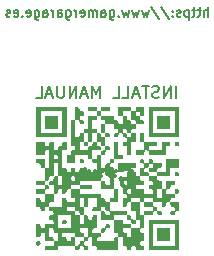
<source format=gbr>
%TF.GenerationSoftware,KiCad,Pcbnew,9.0.0*%
%TF.CreationDate,2026-02-19T11:21:19+01:00*%
%TF.ProjectId,SwitchlessMOD,53776974-6368-46c6-9573-734d4f442e6b,rev?*%
%TF.SameCoordinates,Original*%
%TF.FileFunction,Legend,Bot*%
%TF.FilePolarity,Positive*%
%FSLAX46Y46*%
G04 Gerber Fmt 4.6, Leading zero omitted, Abs format (unit mm)*
G04 Created by KiCad (PCBNEW 9.0.0) date 2026-02-19 11:21:19*
%MOMM*%
%LPD*%
G01*
G04 APERTURE LIST*
%ADD10C,0.160000*%
%ADD11C,0.200000*%
%ADD12C,0.300000*%
%ADD13C,0.000000*%
G04 APERTURE END LIST*
D10*
X147804260Y-93293775D02*
X147804260Y-92493775D01*
X147461403Y-93293775D02*
X147461403Y-92874727D01*
X147461403Y-92874727D02*
X147499498Y-92798537D01*
X147499498Y-92798537D02*
X147575689Y-92760441D01*
X147575689Y-92760441D02*
X147689975Y-92760441D01*
X147689975Y-92760441D02*
X147766165Y-92798537D01*
X147766165Y-92798537D02*
X147804260Y-92836632D01*
X147194736Y-92760441D02*
X146889974Y-92760441D01*
X147080450Y-92493775D02*
X147080450Y-93179489D01*
X147080450Y-93179489D02*
X147042355Y-93255680D01*
X147042355Y-93255680D02*
X146966165Y-93293775D01*
X146966165Y-93293775D02*
X146889974Y-93293775D01*
X146737593Y-92760441D02*
X146432831Y-92760441D01*
X146623307Y-92493775D02*
X146623307Y-93179489D01*
X146623307Y-93179489D02*
X146585212Y-93255680D01*
X146585212Y-93255680D02*
X146509022Y-93293775D01*
X146509022Y-93293775D02*
X146432831Y-93293775D01*
X146166164Y-92760441D02*
X146166164Y-93560441D01*
X146166164Y-92798537D02*
X146089974Y-92760441D01*
X146089974Y-92760441D02*
X145937593Y-92760441D01*
X145937593Y-92760441D02*
X145861402Y-92798537D01*
X145861402Y-92798537D02*
X145823307Y-92836632D01*
X145823307Y-92836632D02*
X145785212Y-92912822D01*
X145785212Y-92912822D02*
X145785212Y-93141394D01*
X145785212Y-93141394D02*
X145823307Y-93217584D01*
X145823307Y-93217584D02*
X145861402Y-93255680D01*
X145861402Y-93255680D02*
X145937593Y-93293775D01*
X145937593Y-93293775D02*
X146089974Y-93293775D01*
X146089974Y-93293775D02*
X146166164Y-93255680D01*
X145480450Y-93255680D02*
X145404259Y-93293775D01*
X145404259Y-93293775D02*
X145251878Y-93293775D01*
X145251878Y-93293775D02*
X145175688Y-93255680D01*
X145175688Y-93255680D02*
X145137592Y-93179489D01*
X145137592Y-93179489D02*
X145137592Y-93141394D01*
X145137592Y-93141394D02*
X145175688Y-93065203D01*
X145175688Y-93065203D02*
X145251878Y-93027108D01*
X145251878Y-93027108D02*
X145366164Y-93027108D01*
X145366164Y-93027108D02*
X145442354Y-92989013D01*
X145442354Y-92989013D02*
X145480450Y-92912822D01*
X145480450Y-92912822D02*
X145480450Y-92874727D01*
X145480450Y-92874727D02*
X145442354Y-92798537D01*
X145442354Y-92798537D02*
X145366164Y-92760441D01*
X145366164Y-92760441D02*
X145251878Y-92760441D01*
X145251878Y-92760441D02*
X145175688Y-92798537D01*
X144794735Y-93217584D02*
X144756640Y-93255680D01*
X144756640Y-93255680D02*
X144794735Y-93293775D01*
X144794735Y-93293775D02*
X144832831Y-93255680D01*
X144832831Y-93255680D02*
X144794735Y-93217584D01*
X144794735Y-93217584D02*
X144794735Y-93293775D01*
X144794735Y-92798537D02*
X144756640Y-92836632D01*
X144756640Y-92836632D02*
X144794735Y-92874727D01*
X144794735Y-92874727D02*
X144832831Y-92836632D01*
X144832831Y-92836632D02*
X144794735Y-92798537D01*
X144794735Y-92798537D02*
X144794735Y-92874727D01*
X143842355Y-92455680D02*
X144528069Y-93484251D01*
X143004260Y-92455680D02*
X143689974Y-93484251D01*
X142813784Y-92760441D02*
X142661403Y-93293775D01*
X142661403Y-93293775D02*
X142509022Y-92912822D01*
X142509022Y-92912822D02*
X142356641Y-93293775D01*
X142356641Y-93293775D02*
X142204260Y-92760441D01*
X141975689Y-92760441D02*
X141823308Y-93293775D01*
X141823308Y-93293775D02*
X141670927Y-92912822D01*
X141670927Y-92912822D02*
X141518546Y-93293775D01*
X141518546Y-93293775D02*
X141366165Y-92760441D01*
X141137594Y-92760441D02*
X140985213Y-93293775D01*
X140985213Y-93293775D02*
X140832832Y-92912822D01*
X140832832Y-92912822D02*
X140680451Y-93293775D01*
X140680451Y-93293775D02*
X140528070Y-92760441D01*
X140223308Y-93217584D02*
X140185213Y-93255680D01*
X140185213Y-93255680D02*
X140223308Y-93293775D01*
X140223308Y-93293775D02*
X140261404Y-93255680D01*
X140261404Y-93255680D02*
X140223308Y-93217584D01*
X140223308Y-93217584D02*
X140223308Y-93293775D01*
X139499499Y-92760441D02*
X139499499Y-93408060D01*
X139499499Y-93408060D02*
X139537594Y-93484251D01*
X139537594Y-93484251D02*
X139575690Y-93522346D01*
X139575690Y-93522346D02*
X139651880Y-93560441D01*
X139651880Y-93560441D02*
X139766166Y-93560441D01*
X139766166Y-93560441D02*
X139842356Y-93522346D01*
X139499499Y-93255680D02*
X139575690Y-93293775D01*
X139575690Y-93293775D02*
X139728071Y-93293775D01*
X139728071Y-93293775D02*
X139804261Y-93255680D01*
X139804261Y-93255680D02*
X139842356Y-93217584D01*
X139842356Y-93217584D02*
X139880452Y-93141394D01*
X139880452Y-93141394D02*
X139880452Y-92912822D01*
X139880452Y-92912822D02*
X139842356Y-92836632D01*
X139842356Y-92836632D02*
X139804261Y-92798537D01*
X139804261Y-92798537D02*
X139728071Y-92760441D01*
X139728071Y-92760441D02*
X139575690Y-92760441D01*
X139575690Y-92760441D02*
X139499499Y-92798537D01*
X138775689Y-93293775D02*
X138775689Y-92874727D01*
X138775689Y-92874727D02*
X138813784Y-92798537D01*
X138813784Y-92798537D02*
X138889975Y-92760441D01*
X138889975Y-92760441D02*
X139042356Y-92760441D01*
X139042356Y-92760441D02*
X139118546Y-92798537D01*
X138775689Y-93255680D02*
X138851880Y-93293775D01*
X138851880Y-93293775D02*
X139042356Y-93293775D01*
X139042356Y-93293775D02*
X139118546Y-93255680D01*
X139118546Y-93255680D02*
X139156642Y-93179489D01*
X139156642Y-93179489D02*
X139156642Y-93103299D01*
X139156642Y-93103299D02*
X139118546Y-93027108D01*
X139118546Y-93027108D02*
X139042356Y-92989013D01*
X139042356Y-92989013D02*
X138851880Y-92989013D01*
X138851880Y-92989013D02*
X138775689Y-92950918D01*
X138394736Y-93293775D02*
X138394736Y-92760441D01*
X138394736Y-92836632D02*
X138356641Y-92798537D01*
X138356641Y-92798537D02*
X138280451Y-92760441D01*
X138280451Y-92760441D02*
X138166165Y-92760441D01*
X138166165Y-92760441D02*
X138089974Y-92798537D01*
X138089974Y-92798537D02*
X138051879Y-92874727D01*
X138051879Y-92874727D02*
X138051879Y-93293775D01*
X138051879Y-92874727D02*
X138013784Y-92798537D01*
X138013784Y-92798537D02*
X137937593Y-92760441D01*
X137937593Y-92760441D02*
X137823308Y-92760441D01*
X137823308Y-92760441D02*
X137747117Y-92798537D01*
X137747117Y-92798537D02*
X137709022Y-92874727D01*
X137709022Y-92874727D02*
X137709022Y-93293775D01*
X137023307Y-93255680D02*
X137099498Y-93293775D01*
X137099498Y-93293775D02*
X137251879Y-93293775D01*
X137251879Y-93293775D02*
X137328069Y-93255680D01*
X137328069Y-93255680D02*
X137366165Y-93179489D01*
X137366165Y-93179489D02*
X137366165Y-92874727D01*
X137366165Y-92874727D02*
X137328069Y-92798537D01*
X137328069Y-92798537D02*
X137251879Y-92760441D01*
X137251879Y-92760441D02*
X137099498Y-92760441D01*
X137099498Y-92760441D02*
X137023307Y-92798537D01*
X137023307Y-92798537D02*
X136985212Y-92874727D01*
X136985212Y-92874727D02*
X136985212Y-92950918D01*
X136985212Y-92950918D02*
X137366165Y-93027108D01*
X136642355Y-93293775D02*
X136642355Y-92760441D01*
X136642355Y-92912822D02*
X136604260Y-92836632D01*
X136604260Y-92836632D02*
X136566165Y-92798537D01*
X136566165Y-92798537D02*
X136489974Y-92760441D01*
X136489974Y-92760441D02*
X136413784Y-92760441D01*
X135804260Y-92760441D02*
X135804260Y-93408060D01*
X135804260Y-93408060D02*
X135842355Y-93484251D01*
X135842355Y-93484251D02*
X135880451Y-93522346D01*
X135880451Y-93522346D02*
X135956641Y-93560441D01*
X135956641Y-93560441D02*
X136070927Y-93560441D01*
X136070927Y-93560441D02*
X136147117Y-93522346D01*
X135804260Y-93255680D02*
X135880451Y-93293775D01*
X135880451Y-93293775D02*
X136032832Y-93293775D01*
X136032832Y-93293775D02*
X136109022Y-93255680D01*
X136109022Y-93255680D02*
X136147117Y-93217584D01*
X136147117Y-93217584D02*
X136185213Y-93141394D01*
X136185213Y-93141394D02*
X136185213Y-92912822D01*
X136185213Y-92912822D02*
X136147117Y-92836632D01*
X136147117Y-92836632D02*
X136109022Y-92798537D01*
X136109022Y-92798537D02*
X136032832Y-92760441D01*
X136032832Y-92760441D02*
X135880451Y-92760441D01*
X135880451Y-92760441D02*
X135804260Y-92798537D01*
X135080450Y-93293775D02*
X135080450Y-92874727D01*
X135080450Y-92874727D02*
X135118545Y-92798537D01*
X135118545Y-92798537D02*
X135194736Y-92760441D01*
X135194736Y-92760441D02*
X135347117Y-92760441D01*
X135347117Y-92760441D02*
X135423307Y-92798537D01*
X135080450Y-93255680D02*
X135156641Y-93293775D01*
X135156641Y-93293775D02*
X135347117Y-93293775D01*
X135347117Y-93293775D02*
X135423307Y-93255680D01*
X135423307Y-93255680D02*
X135461403Y-93179489D01*
X135461403Y-93179489D02*
X135461403Y-93103299D01*
X135461403Y-93103299D02*
X135423307Y-93027108D01*
X135423307Y-93027108D02*
X135347117Y-92989013D01*
X135347117Y-92989013D02*
X135156641Y-92989013D01*
X135156641Y-92989013D02*
X135080450Y-92950918D01*
X134699497Y-93293775D02*
X134699497Y-92760441D01*
X134699497Y-92912822D02*
X134661402Y-92836632D01*
X134661402Y-92836632D02*
X134623307Y-92798537D01*
X134623307Y-92798537D02*
X134547116Y-92760441D01*
X134547116Y-92760441D02*
X134470926Y-92760441D01*
X133861402Y-93293775D02*
X133861402Y-92874727D01*
X133861402Y-92874727D02*
X133899497Y-92798537D01*
X133899497Y-92798537D02*
X133975688Y-92760441D01*
X133975688Y-92760441D02*
X134128069Y-92760441D01*
X134128069Y-92760441D02*
X134204259Y-92798537D01*
X133861402Y-93255680D02*
X133937593Y-93293775D01*
X133937593Y-93293775D02*
X134128069Y-93293775D01*
X134128069Y-93293775D02*
X134204259Y-93255680D01*
X134204259Y-93255680D02*
X134242355Y-93179489D01*
X134242355Y-93179489D02*
X134242355Y-93103299D01*
X134242355Y-93103299D02*
X134204259Y-93027108D01*
X134204259Y-93027108D02*
X134128069Y-92989013D01*
X134128069Y-92989013D02*
X133937593Y-92989013D01*
X133937593Y-92989013D02*
X133861402Y-92950918D01*
X133137592Y-92760441D02*
X133137592Y-93408060D01*
X133137592Y-93408060D02*
X133175687Y-93484251D01*
X133175687Y-93484251D02*
X133213783Y-93522346D01*
X133213783Y-93522346D02*
X133289973Y-93560441D01*
X133289973Y-93560441D02*
X133404259Y-93560441D01*
X133404259Y-93560441D02*
X133480449Y-93522346D01*
X133137592Y-93255680D02*
X133213783Y-93293775D01*
X133213783Y-93293775D02*
X133366164Y-93293775D01*
X133366164Y-93293775D02*
X133442354Y-93255680D01*
X133442354Y-93255680D02*
X133480449Y-93217584D01*
X133480449Y-93217584D02*
X133518545Y-93141394D01*
X133518545Y-93141394D02*
X133518545Y-92912822D01*
X133518545Y-92912822D02*
X133480449Y-92836632D01*
X133480449Y-92836632D02*
X133442354Y-92798537D01*
X133442354Y-92798537D02*
X133366164Y-92760441D01*
X133366164Y-92760441D02*
X133213783Y-92760441D01*
X133213783Y-92760441D02*
X133137592Y-92798537D01*
X132451877Y-93255680D02*
X132528068Y-93293775D01*
X132528068Y-93293775D02*
X132680449Y-93293775D01*
X132680449Y-93293775D02*
X132756639Y-93255680D01*
X132756639Y-93255680D02*
X132794735Y-93179489D01*
X132794735Y-93179489D02*
X132794735Y-92874727D01*
X132794735Y-92874727D02*
X132756639Y-92798537D01*
X132756639Y-92798537D02*
X132680449Y-92760441D01*
X132680449Y-92760441D02*
X132528068Y-92760441D01*
X132528068Y-92760441D02*
X132451877Y-92798537D01*
X132451877Y-92798537D02*
X132413782Y-92874727D01*
X132413782Y-92874727D02*
X132413782Y-92950918D01*
X132413782Y-92950918D02*
X132794735Y-93027108D01*
X132070925Y-93217584D02*
X132032830Y-93255680D01*
X132032830Y-93255680D02*
X132070925Y-93293775D01*
X132070925Y-93293775D02*
X132109021Y-93255680D01*
X132109021Y-93255680D02*
X132070925Y-93217584D01*
X132070925Y-93217584D02*
X132070925Y-93293775D01*
X131385211Y-93255680D02*
X131461402Y-93293775D01*
X131461402Y-93293775D02*
X131613783Y-93293775D01*
X131613783Y-93293775D02*
X131689973Y-93255680D01*
X131689973Y-93255680D02*
X131728069Y-93179489D01*
X131728069Y-93179489D02*
X131728069Y-92874727D01*
X131728069Y-92874727D02*
X131689973Y-92798537D01*
X131689973Y-92798537D02*
X131613783Y-92760441D01*
X131613783Y-92760441D02*
X131461402Y-92760441D01*
X131461402Y-92760441D02*
X131385211Y-92798537D01*
X131385211Y-92798537D02*
X131347116Y-92874727D01*
X131347116Y-92874727D02*
X131347116Y-92950918D01*
X131347116Y-92950918D02*
X131728069Y-93027108D01*
X131042355Y-93255680D02*
X130966164Y-93293775D01*
X130966164Y-93293775D02*
X130813783Y-93293775D01*
X130813783Y-93293775D02*
X130737593Y-93255680D01*
X130737593Y-93255680D02*
X130699497Y-93179489D01*
X130699497Y-93179489D02*
X130699497Y-93141394D01*
X130699497Y-93141394D02*
X130737593Y-93065203D01*
X130737593Y-93065203D02*
X130813783Y-93027108D01*
X130813783Y-93027108D02*
X130928069Y-93027108D01*
X130928069Y-93027108D02*
X131004259Y-92989013D01*
X131004259Y-92989013D02*
X131042355Y-92912822D01*
X131042355Y-92912822D02*
X131042355Y-92874727D01*
X131042355Y-92874727D02*
X131004259Y-92798537D01*
X131004259Y-92798537D02*
X130928069Y-92760441D01*
X130928069Y-92760441D02*
X130813783Y-92760441D01*
X130813783Y-92760441D02*
X130737593Y-92798537D01*
D11*
X145130326Y-100167219D02*
X145130326Y-99167219D01*
X144654136Y-100167219D02*
X144654136Y-99167219D01*
X144654136Y-99167219D02*
X144082708Y-100167219D01*
X144082708Y-100167219D02*
X144082708Y-99167219D01*
X143654136Y-100119600D02*
X143511279Y-100167219D01*
X143511279Y-100167219D02*
X143273184Y-100167219D01*
X143273184Y-100167219D02*
X143177946Y-100119600D01*
X143177946Y-100119600D02*
X143130327Y-100071980D01*
X143130327Y-100071980D02*
X143082708Y-99976742D01*
X143082708Y-99976742D02*
X143082708Y-99881504D01*
X143082708Y-99881504D02*
X143130327Y-99786266D01*
X143130327Y-99786266D02*
X143177946Y-99738647D01*
X143177946Y-99738647D02*
X143273184Y-99691028D01*
X143273184Y-99691028D02*
X143463660Y-99643409D01*
X143463660Y-99643409D02*
X143558898Y-99595790D01*
X143558898Y-99595790D02*
X143606517Y-99548171D01*
X143606517Y-99548171D02*
X143654136Y-99452933D01*
X143654136Y-99452933D02*
X143654136Y-99357695D01*
X143654136Y-99357695D02*
X143606517Y-99262457D01*
X143606517Y-99262457D02*
X143558898Y-99214838D01*
X143558898Y-99214838D02*
X143463660Y-99167219D01*
X143463660Y-99167219D02*
X143225565Y-99167219D01*
X143225565Y-99167219D02*
X143082708Y-99214838D01*
X142796993Y-99167219D02*
X142225565Y-99167219D01*
X142511279Y-100167219D02*
X142511279Y-99167219D01*
X141939850Y-99881504D02*
X141463660Y-99881504D01*
X142035088Y-100167219D02*
X141701755Y-99167219D01*
X141701755Y-99167219D02*
X141368422Y-100167219D01*
X140558898Y-100167219D02*
X141035088Y-100167219D01*
X141035088Y-100167219D02*
X141035088Y-99167219D01*
X139749374Y-100167219D02*
X140225564Y-100167219D01*
X140225564Y-100167219D02*
X140225564Y-99167219D01*
X138654135Y-100167219D02*
X138654135Y-99167219D01*
X138654135Y-99167219D02*
X138320802Y-99881504D01*
X138320802Y-99881504D02*
X137987469Y-99167219D01*
X137987469Y-99167219D02*
X137987469Y-100167219D01*
X137558897Y-99881504D02*
X137082707Y-99881504D01*
X137654135Y-100167219D02*
X137320802Y-99167219D01*
X137320802Y-99167219D02*
X136987469Y-100167219D01*
X136654135Y-100167219D02*
X136654135Y-99167219D01*
X136654135Y-99167219D02*
X136082707Y-100167219D01*
X136082707Y-100167219D02*
X136082707Y-99167219D01*
X135606516Y-99167219D02*
X135606516Y-99976742D01*
X135606516Y-99976742D02*
X135558897Y-100071980D01*
X135558897Y-100071980D02*
X135511278Y-100119600D01*
X135511278Y-100119600D02*
X135416040Y-100167219D01*
X135416040Y-100167219D02*
X135225564Y-100167219D01*
X135225564Y-100167219D02*
X135130326Y-100119600D01*
X135130326Y-100119600D02*
X135082707Y-100071980D01*
X135082707Y-100071980D02*
X135035088Y-99976742D01*
X135035088Y-99976742D02*
X135035088Y-99167219D01*
X134606516Y-99881504D02*
X134130326Y-99881504D01*
X134701754Y-100167219D02*
X134368421Y-99167219D01*
X134368421Y-99167219D02*
X134035088Y-100167219D01*
X133225564Y-100167219D02*
X133701754Y-100167219D01*
X133701754Y-100167219D02*
X133701754Y-99167219D01*
D12*
X140621427Y-106249757D02*
X140764285Y-106178328D01*
X140764285Y-106178328D02*
X140978570Y-106178328D01*
X140978570Y-106178328D02*
X141192856Y-106249757D01*
X141192856Y-106249757D02*
X141335713Y-106392614D01*
X141335713Y-106392614D02*
X141407142Y-106535471D01*
X141407142Y-106535471D02*
X141478570Y-106821185D01*
X141478570Y-106821185D02*
X141478570Y-107035471D01*
X141478570Y-107035471D02*
X141407142Y-107321185D01*
X141407142Y-107321185D02*
X141335713Y-107464042D01*
X141335713Y-107464042D02*
X141192856Y-107606900D01*
X141192856Y-107606900D02*
X140978570Y-107678328D01*
X140978570Y-107678328D02*
X140835713Y-107678328D01*
X140835713Y-107678328D02*
X140621427Y-107606900D01*
X140621427Y-107606900D02*
X140549999Y-107535471D01*
X140549999Y-107535471D02*
X140549999Y-107035471D01*
X140549999Y-107035471D02*
X140835713Y-107035471D01*
X139692856Y-106178328D02*
X139692856Y-106535471D01*
X140049999Y-106392614D02*
X139692856Y-106535471D01*
X139692856Y-106535471D02*
X139335713Y-106392614D01*
X139907142Y-106821185D02*
X139692856Y-106535471D01*
X139692856Y-106535471D02*
X139478570Y-106821185D01*
X138549999Y-106178328D02*
X138549999Y-106535471D01*
X138907142Y-106392614D02*
X138549999Y-106535471D01*
X138549999Y-106535471D02*
X138192856Y-106392614D01*
X138764285Y-106821185D02*
X138549999Y-106535471D01*
X138549999Y-106535471D02*
X138335713Y-106821185D01*
X137407142Y-106178328D02*
X137407142Y-106535471D01*
X137764285Y-106392614D02*
X137407142Y-106535471D01*
X137407142Y-106535471D02*
X137049999Y-106392614D01*
X137621428Y-106821185D02*
X137407142Y-106535471D01*
X137407142Y-106535471D02*
X137192856Y-106821185D01*
D13*
%TO.C,G\u002A\u002A\u002A*%
G36*
X135087020Y-102237500D02*
G01*
X135087020Y-102787019D01*
X134537500Y-102787019D01*
X133987981Y-102787019D01*
X133987981Y-102237500D01*
X133987981Y-101687980D01*
X134537500Y-101687980D01*
X135087020Y-101687980D01*
X135087020Y-102237500D01*
G37*
G36*
X138017789Y-107732692D02*
G01*
X138017789Y-107915865D01*
X137468270Y-107915865D01*
X136918750Y-107915865D01*
X136918750Y-107732692D01*
X136918750Y-107549519D01*
X137468270Y-107549519D01*
X138017789Y-107549519D01*
X138017789Y-107732692D01*
G37*
G36*
X144612020Y-102237500D02*
G01*
X144612020Y-102787019D01*
X144062500Y-102787019D01*
X143512981Y-102787019D01*
X143512981Y-102237500D01*
X143512981Y-101687980D01*
X144062500Y-101687980D01*
X144612020Y-101687980D01*
X144612020Y-102237500D01*
G37*
G36*
X144612020Y-111762500D02*
G01*
X144612020Y-112312019D01*
X144062500Y-112312019D01*
X143512981Y-112312019D01*
X143512981Y-111762500D01*
X143512981Y-111212980D01*
X144062500Y-111212980D01*
X144612020Y-111212980D01*
X144612020Y-111762500D01*
G37*
G36*
X133535140Y-112317630D02*
G01*
X133606506Y-112365451D01*
X133621635Y-112495192D01*
X133616023Y-112591870D01*
X133568203Y-112663236D01*
X133438462Y-112678365D01*
X133341784Y-112672753D01*
X133270418Y-112624933D01*
X133255289Y-112495192D01*
X133260900Y-112398514D01*
X133308720Y-112327148D01*
X133438462Y-112312019D01*
X133535140Y-112317630D01*
G37*
G36*
X135733217Y-110485900D02*
G01*
X135804583Y-110533720D01*
X135819712Y-110663461D01*
X135814100Y-110760139D01*
X135766280Y-110831505D01*
X135636539Y-110846634D01*
X135539861Y-110841023D01*
X135468495Y-110793203D01*
X135453366Y-110663461D01*
X135458977Y-110566783D01*
X135506797Y-110495417D01*
X135636539Y-110480288D01*
X135733217Y-110485900D01*
G37*
G36*
X137198601Y-105357054D02*
G01*
X137269967Y-105404874D01*
X137285096Y-105534615D01*
X137279485Y-105631293D01*
X137231665Y-105702659D01*
X137101923Y-105717788D01*
X137005245Y-105712177D01*
X136933880Y-105664356D01*
X136918750Y-105534615D01*
X136924362Y-105437937D01*
X136972182Y-105366571D01*
X137101923Y-105351442D01*
X137198601Y-105357054D01*
G37*
G36*
X137564948Y-103891669D02*
G01*
X137636313Y-103939489D01*
X137651443Y-104069230D01*
X137645831Y-104165908D01*
X137598011Y-104237274D01*
X137468270Y-104252404D01*
X137371592Y-104246792D01*
X137300226Y-104198972D01*
X137285096Y-104069230D01*
X137290708Y-103972552D01*
X137338528Y-103901187D01*
X137468270Y-103886057D01*
X137564948Y-103891669D01*
G37*
G36*
X140495717Y-106822438D02*
G01*
X140567083Y-106870258D01*
X140582212Y-107000000D01*
X140576600Y-107096678D01*
X140528780Y-107168043D01*
X140399039Y-107183173D01*
X140302361Y-107177561D01*
X140230995Y-107129741D01*
X140215866Y-107000000D01*
X140221477Y-106903322D01*
X140269297Y-106831956D01*
X140399039Y-106816827D01*
X140495717Y-106822438D01*
G37*
G36*
X145258217Y-103891669D02*
G01*
X145329583Y-103939489D01*
X145344712Y-104069230D01*
X145339100Y-104165908D01*
X145291280Y-104237274D01*
X145161539Y-104252404D01*
X145064861Y-104246792D01*
X144993495Y-104198972D01*
X144978366Y-104069230D01*
X144983977Y-103972552D01*
X145031797Y-103901187D01*
X145161539Y-103886057D01*
X145258217Y-103891669D01*
G37*
G36*
X145258217Y-106456092D02*
G01*
X145329583Y-106503912D01*
X145344712Y-106633654D01*
X145339100Y-106730331D01*
X145291280Y-106801697D01*
X145161539Y-106816827D01*
X145064861Y-106811215D01*
X144993495Y-106763395D01*
X144978366Y-106633654D01*
X144983977Y-106536976D01*
X145031797Y-106465610D01*
X145161539Y-106450480D01*
X145258217Y-106456092D01*
G37*
G36*
X140215866Y-104435577D02*
G01*
X140215866Y-104985096D01*
X140399039Y-104985096D01*
X140495717Y-104990707D01*
X140567083Y-105038527D01*
X140582212Y-105168269D01*
X140582212Y-105351442D01*
X140215866Y-105351442D01*
X139849520Y-105351442D01*
X139849520Y-104618750D01*
X139849520Y-103886057D01*
X140032693Y-103886057D01*
X140215866Y-103886057D01*
X140215866Y-104435577D01*
G37*
G36*
X141681250Y-105900961D02*
G01*
X141681250Y-106084134D01*
X141131731Y-106084134D01*
X140582212Y-106084134D01*
X140582212Y-106267307D01*
X140576600Y-106363985D01*
X140528780Y-106435351D01*
X140399039Y-106450480D01*
X140215866Y-106450480D01*
X140215866Y-106084134D01*
X140215866Y-105717788D01*
X140948558Y-105717788D01*
X141681250Y-105717788D01*
X141681250Y-105900961D01*
G37*
G36*
X135819712Y-103519711D02*
G01*
X134537500Y-103519711D01*
X133255289Y-103519711D01*
X133255289Y-102237500D01*
X133255289Y-101321634D01*
X133621635Y-101321634D01*
X133621635Y-102237500D01*
X133621635Y-103153365D01*
X134537500Y-103153365D01*
X135453366Y-103153365D01*
X135453366Y-102237500D01*
X135453366Y-101321634D01*
X134537500Y-101321634D01*
X133621635Y-101321634D01*
X133255289Y-101321634D01*
X133255289Y-100955288D01*
X134537500Y-100955288D01*
X135819712Y-100955288D01*
X135819712Y-102237500D01*
X135819712Y-103519711D01*
G37*
G36*
X145344712Y-103519711D02*
G01*
X144062500Y-103519711D01*
X142780289Y-103519711D01*
X142780289Y-102237500D01*
X142780289Y-101321634D01*
X143146635Y-101321634D01*
X143146635Y-102237500D01*
X143146635Y-103153365D01*
X144062500Y-103153365D01*
X144978366Y-103153365D01*
X144978366Y-102237500D01*
X144978366Y-101321634D01*
X144062500Y-101321634D01*
X143146635Y-101321634D01*
X142780289Y-101321634D01*
X142780289Y-100955288D01*
X144062500Y-100955288D01*
X145344712Y-100955288D01*
X145344712Y-102237500D01*
X145344712Y-103519711D01*
G37*
G36*
X145344712Y-113044711D02*
G01*
X144062500Y-113044711D01*
X142780289Y-113044711D01*
X142780289Y-111762500D01*
X142780289Y-110846634D01*
X143146635Y-110846634D01*
X143146635Y-111762500D01*
X143146635Y-112678365D01*
X144062500Y-112678365D01*
X144978366Y-112678365D01*
X144978366Y-111762500D01*
X144978366Y-110846634D01*
X144062500Y-110846634D01*
X143146635Y-110846634D01*
X142780289Y-110846634D01*
X142780289Y-110480288D01*
X144062500Y-110480288D01*
X145344712Y-110480288D01*
X145344712Y-111762500D01*
X145344712Y-113044711D01*
G37*
G36*
X139396678Y-110852246D02*
G01*
X139468044Y-110900066D01*
X139483173Y-111029807D01*
X139477562Y-111126485D01*
X139429742Y-111197851D01*
X139300000Y-111212980D01*
X139203322Y-111218592D01*
X139131957Y-111266412D01*
X139116827Y-111396154D01*
X139111216Y-111492831D01*
X139063396Y-111564197D01*
X138933654Y-111579327D01*
X138836976Y-111573715D01*
X138765610Y-111525895D01*
X138750481Y-111396154D01*
X138756093Y-111299476D01*
X138803913Y-111228110D01*
X138933654Y-111212980D01*
X139030332Y-111207369D01*
X139101698Y-111159549D01*
X139116827Y-111029807D01*
X139122439Y-110933129D01*
X139170259Y-110861764D01*
X139300000Y-110846634D01*
X139396678Y-110852246D01*
G37*
G36*
X136832255Y-100960900D02*
G01*
X136903621Y-101008720D01*
X136918750Y-101138461D01*
X136924362Y-101235139D01*
X136972182Y-101306505D01*
X137101923Y-101321634D01*
X137198601Y-101327246D01*
X137269967Y-101375066D01*
X137285096Y-101504807D01*
X137279485Y-101601485D01*
X137231665Y-101672851D01*
X137101923Y-101687980D01*
X137005245Y-101693592D01*
X136933880Y-101741412D01*
X136918750Y-101871154D01*
X136924362Y-101967831D01*
X136972182Y-102039197D01*
X137101923Y-102054327D01*
X137198601Y-102059938D01*
X137269967Y-102107758D01*
X137285096Y-102237500D01*
X137279485Y-102334178D01*
X137231665Y-102405543D01*
X137101923Y-102420673D01*
X137005245Y-102415061D01*
X136933880Y-102367241D01*
X136918750Y-102237500D01*
X136913139Y-102140822D01*
X136865319Y-102069456D01*
X136735577Y-102054327D01*
X136552404Y-102054327D01*
X136552404Y-101504807D01*
X136552404Y-100955288D01*
X136735577Y-100955288D01*
X136832255Y-100960900D01*
G37*
G36*
X142963462Y-103886057D02*
G01*
X143512981Y-103886057D01*
X143512981Y-104069230D01*
X143512981Y-104252404D01*
X143146635Y-104252404D01*
X142780289Y-104252404D01*
X142780289Y-104435577D01*
X142780289Y-104618750D01*
X143329808Y-104618750D01*
X143879327Y-104618750D01*
X143879327Y-104252404D01*
X143879327Y-103886057D01*
X144245673Y-103886057D01*
X144612020Y-103886057D01*
X144612020Y-104069230D01*
X144606408Y-104165908D01*
X144558588Y-104237274D01*
X144428846Y-104252404D01*
X144245673Y-104252404D01*
X144245673Y-104618750D01*
X144245673Y-104985096D01*
X143512981Y-104985096D01*
X142780289Y-104985096D01*
X142780289Y-104801923D01*
X142774677Y-104705245D01*
X142726857Y-104633879D01*
X142597116Y-104618750D01*
X142500438Y-104624361D01*
X142429072Y-104672181D01*
X142413943Y-104801923D01*
X142413943Y-104985096D01*
X142047596Y-104985096D01*
X141681250Y-104985096D01*
X141681250Y-104801923D01*
X141681250Y-104618750D01*
X142047596Y-104618750D01*
X142413943Y-104618750D01*
X142413943Y-104252404D01*
X142413943Y-103886057D01*
X142963462Y-103886057D01*
G37*
G36*
X142413943Y-103519711D02*
G01*
X142413943Y-103886057D01*
X142230770Y-103886057D01*
X142047596Y-103886057D01*
X142047596Y-103519711D01*
X142047596Y-103153365D01*
X142230770Y-103153365D01*
X142413943Y-103153365D01*
X142413943Y-103519711D01*
G37*
G36*
X142413943Y-110663461D02*
G01*
X142413943Y-111212980D01*
X142230770Y-111212980D01*
X142134092Y-111218592D01*
X142062726Y-111266412D01*
X142047596Y-111396154D01*
X142053208Y-111492831D01*
X142101028Y-111564197D01*
X142230770Y-111579327D01*
X142413943Y-111579327D01*
X142413943Y-111945673D01*
X142413943Y-112312019D01*
X142230770Y-112312019D01*
X142134092Y-112317630D01*
X142062726Y-112365451D01*
X142047596Y-112495192D01*
X142053208Y-112591870D01*
X142101028Y-112663236D01*
X142230770Y-112678365D01*
X142327448Y-112683977D01*
X142398813Y-112731797D01*
X142413943Y-112861538D01*
X142413943Y-113044711D01*
X142047596Y-113044711D01*
X141681250Y-113044711D01*
X141681250Y-112861538D01*
X141675639Y-112764860D01*
X141627819Y-112693494D01*
X141498077Y-112678365D01*
X141401399Y-112683977D01*
X141330034Y-112731797D01*
X141314904Y-112861538D01*
X141309293Y-112958216D01*
X141261473Y-113029582D01*
X141131731Y-113044711D01*
X141035053Y-113039100D01*
X140963687Y-112991280D01*
X140948558Y-112861538D01*
X140942946Y-112764860D01*
X140895126Y-112693494D01*
X140765385Y-112678365D01*
X140582212Y-112678365D01*
X140582212Y-112312019D01*
X140582212Y-111945673D01*
X140399039Y-111945673D01*
X140215866Y-111945673D01*
X140215866Y-112495192D01*
X140215866Y-113044711D01*
X139300000Y-113044711D01*
X138384135Y-113044711D01*
X138384135Y-112861538D01*
X138378523Y-112764860D01*
X138330703Y-112693494D01*
X138200962Y-112678365D01*
X138017789Y-112678365D01*
X138017789Y-112312019D01*
X138017789Y-111945673D01*
X137834616Y-111945673D01*
X137737938Y-111951284D01*
X137666572Y-111999104D01*
X137651443Y-112128846D01*
X137645831Y-112225524D01*
X137598011Y-112296890D01*
X137468270Y-112312019D01*
X137371592Y-112317630D01*
X137300226Y-112365451D01*
X137285096Y-112495192D01*
X137290708Y-112591870D01*
X137338528Y-112663236D01*
X137468270Y-112678365D01*
X137564948Y-112683977D01*
X137636313Y-112731797D01*
X137651443Y-112861538D01*
X137645831Y-112958216D01*
X137598011Y-113029582D01*
X137468270Y-113044711D01*
X137371592Y-113039100D01*
X137300226Y-112991280D01*
X137285096Y-112861538D01*
X137279485Y-112764860D01*
X137231665Y-112693494D01*
X137101923Y-112678365D01*
X137005245Y-112683977D01*
X136933880Y-112731797D01*
X136918750Y-112861538D01*
X136913139Y-112958216D01*
X136865319Y-113029582D01*
X136735577Y-113044711D01*
X136638899Y-113039100D01*
X136567534Y-112991280D01*
X136552404Y-112861538D01*
X136552404Y-112678365D01*
X135819712Y-112678365D01*
X135087020Y-112678365D01*
X135087020Y-112861538D01*
X135087020Y-113044711D01*
X134537500Y-113044711D01*
X133987981Y-113044711D01*
X133987981Y-112861538D01*
X133987981Y-112678365D01*
X134354327Y-112678365D01*
X134720673Y-112678365D01*
X134720673Y-112495192D01*
X134720673Y-112312019D01*
X134354327Y-112312019D01*
X133987981Y-112312019D01*
X133987981Y-111945673D01*
X133987981Y-111579327D01*
X134354327Y-111579327D01*
X134354327Y-111945673D01*
X134537500Y-111945673D01*
X134634178Y-111951284D01*
X134705544Y-111999104D01*
X134720673Y-112128846D01*
X134726285Y-112225524D01*
X134774105Y-112296890D01*
X134903846Y-112312019D01*
X135087020Y-112312019D01*
X135087020Y-111945673D01*
X135087020Y-111579327D01*
X135453366Y-111579327D01*
X135453366Y-111762500D01*
X135458977Y-111859178D01*
X135506797Y-111930543D01*
X135636539Y-111945673D01*
X135733217Y-111951284D01*
X135804583Y-111999104D01*
X135819712Y-112128846D01*
X135825323Y-112225524D01*
X135873144Y-112296890D01*
X136002885Y-112312019D01*
X136099563Y-112306407D01*
X136170929Y-112258587D01*
X136186058Y-112128846D01*
X136191670Y-112032168D01*
X136239490Y-111960802D01*
X136369231Y-111945673D01*
X136552404Y-111945673D01*
X136552404Y-112312019D01*
X136552404Y-112678365D01*
X136735577Y-112678365D01*
X136832255Y-112672753D01*
X136903621Y-112624933D01*
X136918750Y-112495192D01*
X136924362Y-112398514D01*
X136972182Y-112327148D01*
X137101923Y-112312019D01*
X137198601Y-112306407D01*
X137269967Y-112258587D01*
X137285096Y-112128846D01*
X137290708Y-112032168D01*
X137338528Y-111960802D01*
X137468270Y-111945673D01*
X137651443Y-111945673D01*
X137651443Y-111579327D01*
X137651443Y-111212980D01*
X137285096Y-111212980D01*
X136918750Y-111212980D01*
X136918750Y-111396154D01*
X136924362Y-111492831D01*
X136972182Y-111564197D01*
X137101923Y-111579327D01*
X137198601Y-111584938D01*
X137269967Y-111632758D01*
X137285096Y-111762500D01*
X137285096Y-111945673D01*
X136918750Y-111945673D01*
X136552404Y-111945673D01*
X136552404Y-111762500D01*
X136552404Y-111579327D01*
X136002885Y-111579327D01*
X135453366Y-111579327D01*
X135087020Y-111579327D01*
X134903846Y-111579327D01*
X134807169Y-111573715D01*
X134735803Y-111525895D01*
X134720673Y-111396154D01*
X134715062Y-111299476D01*
X134667242Y-111228110D01*
X134537500Y-111212980D01*
X134354327Y-111212980D01*
X134354327Y-111579327D01*
X133987981Y-111579327D01*
X133804808Y-111579327D01*
X133708130Y-111584938D01*
X133636764Y-111632758D01*
X133621635Y-111762500D01*
X133616023Y-111859178D01*
X133568203Y-111930543D01*
X133438462Y-111945673D01*
X133255289Y-111945673D01*
X133255289Y-111396154D01*
X133255289Y-110846634D01*
X133438462Y-110846634D01*
X133535140Y-110852246D01*
X133606506Y-110900066D01*
X133621635Y-111029807D01*
X133627247Y-111126485D01*
X133675067Y-111197851D01*
X133804808Y-111212980D01*
X133901486Y-111207369D01*
X133972852Y-111159549D01*
X133987981Y-111029807D01*
X133987981Y-110846634D01*
X134354327Y-110846634D01*
X134720673Y-110846634D01*
X134720673Y-110663461D01*
X134715062Y-110566783D01*
X134667242Y-110495417D01*
X134537500Y-110480288D01*
X134440822Y-110474677D01*
X134369457Y-110426856D01*
X134354327Y-110297115D01*
X134359939Y-110200437D01*
X134407759Y-110129071D01*
X134537500Y-110113942D01*
X135087020Y-110113942D01*
X135087020Y-110663461D01*
X135087020Y-111212980D01*
X135636539Y-111212980D01*
X136186058Y-111212980D01*
X136186058Y-110663461D01*
X136186058Y-110113942D01*
X135636539Y-110113942D01*
X135087020Y-110113942D01*
X134537500Y-110113942D01*
X134634178Y-110108330D01*
X134705544Y-110060510D01*
X134720673Y-109930769D01*
X134715062Y-109834091D01*
X134667242Y-109762725D01*
X134537500Y-109747596D01*
X134440822Y-109741984D01*
X134369457Y-109694164D01*
X134354327Y-109564423D01*
X134348716Y-109467745D01*
X134300896Y-109396379D01*
X134171154Y-109381250D01*
X134074476Y-109386861D01*
X134003110Y-109434681D01*
X133987981Y-109564423D01*
X133982370Y-109661101D01*
X133934549Y-109732466D01*
X133804808Y-109747596D01*
X133708130Y-109741984D01*
X133636764Y-109694164D01*
X133621635Y-109564423D01*
X133616023Y-109467745D01*
X133568203Y-109396379D01*
X133438462Y-109381250D01*
X133255289Y-109381250D01*
X133255289Y-109014904D01*
X133255289Y-108648557D01*
X133438462Y-108648557D01*
X133535140Y-108654169D01*
X133606506Y-108701989D01*
X133621635Y-108831730D01*
X133627247Y-108928408D01*
X133675067Y-108999774D01*
X133804808Y-109014904D01*
X133987981Y-109014904D01*
X133987981Y-108648557D01*
X133987981Y-108282211D01*
X134354327Y-108282211D01*
X134720673Y-108282211D01*
X134720673Y-108648557D01*
X134720673Y-109014904D01*
X134537500Y-109014904D01*
X134440822Y-109020515D01*
X134369457Y-109068335D01*
X134354327Y-109198077D01*
X134354327Y-109381250D01*
X134903846Y-109381250D01*
X135453366Y-109381250D01*
X135819712Y-109381250D01*
X135819712Y-109564423D01*
X135819712Y-109747596D01*
X136186058Y-109747596D01*
X136552404Y-109747596D01*
X136552404Y-109930769D01*
X136558016Y-110027447D01*
X136605836Y-110098813D01*
X136735577Y-110113942D01*
X136918750Y-110113942D01*
X136918750Y-110480288D01*
X136918750Y-110663461D01*
X136918750Y-110846634D01*
X137101923Y-110846634D01*
X137285096Y-110846634D01*
X137285096Y-110480288D01*
X137285096Y-110113942D01*
X137468270Y-110113942D01*
X137564948Y-110119554D01*
X137636313Y-110167374D01*
X137651443Y-110297115D01*
X137657054Y-110393793D01*
X137704874Y-110465159D01*
X137834616Y-110480288D01*
X137931294Y-110474677D01*
X138002659Y-110426856D01*
X138017789Y-110297115D01*
X138023400Y-110200437D01*
X138071220Y-110129071D01*
X138200962Y-110113942D01*
X138384135Y-110113942D01*
X138384135Y-110663461D01*
X138384135Y-111212980D01*
X138200962Y-111212980D01*
X138104284Y-111218592D01*
X138032918Y-111266412D01*
X138017789Y-111396154D01*
X138017789Y-111579327D01*
X138384135Y-111579327D01*
X138750481Y-111579327D01*
X138750481Y-111762500D01*
X138744870Y-111859178D01*
X138697049Y-111930543D01*
X138567308Y-111945673D01*
X138470630Y-111951284D01*
X138399264Y-111999104D01*
X138384135Y-112128846D01*
X138384135Y-112312019D01*
X139116827Y-112312019D01*
X139849520Y-112312019D01*
X139849520Y-112128846D01*
X139855131Y-112032168D01*
X139902951Y-111960802D01*
X140032693Y-111945673D01*
X140129371Y-111940061D01*
X140200736Y-111892241D01*
X140215866Y-111762500D01*
X140210254Y-111665822D01*
X140162434Y-111594456D01*
X140032693Y-111579327D01*
X139849520Y-111579327D01*
X139849520Y-111212980D01*
X140582212Y-111212980D01*
X140582212Y-111396154D01*
X140587823Y-111492831D01*
X140635644Y-111564197D01*
X140765385Y-111579327D01*
X140862063Y-111584938D01*
X140933429Y-111632758D01*
X140948558Y-111762500D01*
X140954170Y-111859178D01*
X141001990Y-111930543D01*
X141131731Y-111945673D01*
X141314904Y-111945673D01*
X141314904Y-111579327D01*
X141314904Y-111212980D01*
X140948558Y-111212980D01*
X140582212Y-111212980D01*
X139849520Y-111212980D01*
X139849520Y-111029807D01*
X139849520Y-110480288D01*
X140215866Y-110480288D01*
X140582212Y-110480288D01*
X140582212Y-110663461D01*
X140582212Y-110846634D01*
X140948558Y-110846634D01*
X141314904Y-110846634D01*
X141314904Y-111029807D01*
X141314904Y-111212980D01*
X141681250Y-111212980D01*
X142047596Y-111212980D01*
X142047596Y-110846634D01*
X142047596Y-110480288D01*
X141864423Y-110480288D01*
X141767745Y-110485900D01*
X141696380Y-110533720D01*
X141681250Y-110663461D01*
X141675639Y-110760139D01*
X141627819Y-110831505D01*
X141498077Y-110846634D01*
X141401399Y-110841023D01*
X141330034Y-110793203D01*
X141314904Y-110663461D01*
X141309293Y-110566783D01*
X141261473Y-110495417D01*
X141131731Y-110480288D01*
X141035053Y-110474677D01*
X140963687Y-110426856D01*
X140948558Y-110297115D01*
X140948558Y-110113942D01*
X140399039Y-110113942D01*
X139849520Y-110113942D01*
X139849520Y-110297115D01*
X139849520Y-110480288D01*
X139300000Y-110480288D01*
X138750481Y-110480288D01*
X138750481Y-110113942D01*
X138750481Y-109747596D01*
X138933654Y-109747596D01*
X139030332Y-109753207D01*
X139101698Y-109801027D01*
X139116827Y-109930769D01*
X139122439Y-110027447D01*
X139170259Y-110098813D01*
X139300000Y-110113942D01*
X139396678Y-110108330D01*
X139468044Y-110060510D01*
X139483173Y-109930769D01*
X139477562Y-109834091D01*
X139429742Y-109762725D01*
X139300000Y-109747596D01*
X139203322Y-109741984D01*
X139131957Y-109694164D01*
X139116827Y-109564423D01*
X139111216Y-109467745D01*
X139063396Y-109396379D01*
X138933654Y-109381250D01*
X138836976Y-109386861D01*
X138765610Y-109434681D01*
X138750481Y-109564423D01*
X138750481Y-109747596D01*
X138384135Y-109747596D01*
X138017789Y-109747596D01*
X138017789Y-109564423D01*
X138023400Y-109467745D01*
X138071220Y-109396379D01*
X138200962Y-109381250D01*
X138384135Y-109381250D01*
X138384135Y-109014904D01*
X138384135Y-108648557D01*
X138017789Y-108648557D01*
X137651443Y-108648557D01*
X137651443Y-109014904D01*
X137651443Y-109381250D01*
X137468270Y-109381250D01*
X137285096Y-109381250D01*
X137285096Y-109014904D01*
X137285096Y-108648557D01*
X137101923Y-108648557D01*
X136918750Y-108648557D01*
X136918750Y-109014904D01*
X136918750Y-109381250D01*
X137101923Y-109381250D01*
X137285096Y-109381250D01*
X137285096Y-109747596D01*
X137285096Y-110113942D01*
X137101923Y-110113942D01*
X137005245Y-110108330D01*
X136933880Y-110060510D01*
X136918750Y-109930769D01*
X136913139Y-109834091D01*
X136865319Y-109762725D01*
X136735577Y-109747596D01*
X136638899Y-109741984D01*
X136567534Y-109694164D01*
X136552404Y-109564423D01*
X136552404Y-109381250D01*
X136186058Y-109381250D01*
X135819712Y-109381250D01*
X135453366Y-109381250D01*
X135453366Y-109014904D01*
X135453366Y-108648557D01*
X135636539Y-108648557D01*
X135733217Y-108654169D01*
X135804583Y-108701989D01*
X135819712Y-108831730D01*
X135819712Y-109014904D01*
X136186058Y-109014904D01*
X136552404Y-109014904D01*
X136552404Y-108831730D01*
X136546793Y-108735052D01*
X136498973Y-108663687D01*
X136369231Y-108648557D01*
X136186058Y-108648557D01*
X136186058Y-108282211D01*
X136186058Y-107915865D01*
X136552404Y-107915865D01*
X136918750Y-107915865D01*
X136918750Y-108099038D01*
X136918750Y-108282211D01*
X137834616Y-108282211D01*
X138750481Y-108282211D01*
X138750481Y-108465384D01*
X138756093Y-108562062D01*
X138803913Y-108633428D01*
X138933654Y-108648557D01*
X139030332Y-108654169D01*
X139101698Y-108701989D01*
X139116827Y-108831730D01*
X139122439Y-108928408D01*
X139170259Y-108999774D01*
X139300000Y-109014904D01*
X139396678Y-109009292D01*
X139468044Y-108961472D01*
X139483173Y-108831730D01*
X139488785Y-108735052D01*
X139536605Y-108663687D01*
X139666346Y-108648557D01*
X139849520Y-108648557D01*
X139849520Y-108282211D01*
X139849520Y-107915865D01*
X140032693Y-107915865D01*
X140215866Y-107915865D01*
X140215866Y-108465384D01*
X140215866Y-109014904D01*
X139849520Y-109014904D01*
X139483173Y-109014904D01*
X139483173Y-109381250D01*
X139483173Y-109747596D01*
X140215866Y-109747596D01*
X140948558Y-109747596D01*
X140948558Y-109930769D01*
X140954170Y-110027447D01*
X141001990Y-110098813D01*
X141131731Y-110113942D01*
X141228409Y-110119554D01*
X141299775Y-110167374D01*
X141314904Y-110297115D01*
X141320516Y-110393793D01*
X141368336Y-110465159D01*
X141498077Y-110480288D01*
X141681250Y-110480288D01*
X141681250Y-110113942D01*
X141681250Y-109747596D01*
X141498077Y-109747596D01*
X141314904Y-109747596D01*
X141314904Y-109381250D01*
X141314904Y-109014904D01*
X141681250Y-109014904D01*
X142047596Y-109014904D01*
X142047596Y-109564423D01*
X142047596Y-110113942D01*
X142230770Y-110113942D01*
X142327448Y-110108330D01*
X142398813Y-110060510D01*
X142413943Y-109930769D01*
X142413943Y-109747596D01*
X142780289Y-109747596D01*
X143146635Y-109747596D01*
X143146635Y-109564423D01*
X143146635Y-109381250D01*
X142780289Y-109381250D01*
X142413943Y-109381250D01*
X142413943Y-109198077D01*
X142413943Y-109014904D01*
X142780289Y-109014904D01*
X143146635Y-109014904D01*
X143146635Y-109198077D01*
X143152247Y-109294755D01*
X143200067Y-109366120D01*
X143329808Y-109381250D01*
X143426486Y-109386861D01*
X143497852Y-109434681D01*
X143512981Y-109564423D01*
X143518593Y-109661101D01*
X143566413Y-109732466D01*
X143696154Y-109747596D01*
X143792832Y-109753207D01*
X143864198Y-109801027D01*
X143879327Y-109930769D01*
X143873716Y-110027447D01*
X143825896Y-110098813D01*
X143696154Y-110113942D01*
X143599476Y-110108330D01*
X143528110Y-110060510D01*
X143512981Y-109930769D01*
X143507370Y-109834091D01*
X143459549Y-109762725D01*
X143329808Y-109747596D01*
X143233130Y-109753207D01*
X143161764Y-109801027D01*
X143146635Y-109930769D01*
X143146635Y-110113942D01*
X142780289Y-110113942D01*
X142413943Y-110113942D01*
X142413943Y-110480288D01*
X142413943Y-110663461D01*
G37*
G36*
X143879327Y-107549519D02*
G01*
X143879327Y-107915865D01*
X144062500Y-107915865D01*
X144245673Y-107915865D01*
X144245673Y-107549519D01*
X144245673Y-107183173D01*
X144612020Y-107183173D01*
X144978366Y-107183173D01*
X144978366Y-107366346D01*
X144972754Y-107463024D01*
X144924934Y-107534390D01*
X144795193Y-107549519D01*
X144698515Y-107555130D01*
X144627149Y-107602951D01*
X144612020Y-107732692D01*
X144606408Y-107829370D01*
X144558588Y-107900736D01*
X144428846Y-107915865D01*
X144332169Y-107921477D01*
X144260803Y-107969297D01*
X144245673Y-108099038D01*
X144245673Y-108282211D01*
X144612020Y-108282211D01*
X144978366Y-108282211D01*
X144978366Y-108099038D01*
X144983977Y-108002360D01*
X145031797Y-107930994D01*
X145161539Y-107915865D01*
X145258217Y-107921477D01*
X145329583Y-107969297D01*
X145344712Y-108099038D01*
X145339100Y-108195716D01*
X145291280Y-108267082D01*
X145161539Y-108282211D01*
X145064861Y-108287823D01*
X144993495Y-108335643D01*
X144978366Y-108465384D01*
X144972754Y-108562062D01*
X144924934Y-108633428D01*
X144795193Y-108648557D01*
X144698515Y-108654169D01*
X144627149Y-108701989D01*
X144612020Y-108831730D01*
X144612020Y-109014904D01*
X144978366Y-109014904D01*
X145344712Y-109014904D01*
X145344712Y-109381250D01*
X145344712Y-109747596D01*
X145161539Y-109747596D01*
X145064861Y-109753207D01*
X144993495Y-109801027D01*
X144978366Y-109930769D01*
X144972754Y-110027447D01*
X144924934Y-110098813D01*
X144795193Y-110113942D01*
X144698515Y-110108330D01*
X144627149Y-110060510D01*
X144612020Y-109930769D01*
X144617631Y-109834091D01*
X144665451Y-109762725D01*
X144795193Y-109747596D01*
X144891871Y-109741984D01*
X144963236Y-109694164D01*
X144978366Y-109564423D01*
X144972754Y-109467745D01*
X144924934Y-109396379D01*
X144795193Y-109381250D01*
X144698515Y-109375638D01*
X144627149Y-109327818D01*
X144612020Y-109198077D01*
X144606408Y-109101399D01*
X144558588Y-109030033D01*
X144428846Y-109014904D01*
X144332169Y-109020515D01*
X144260803Y-109068335D01*
X144245673Y-109198077D01*
X144240062Y-109294755D01*
X144192242Y-109366120D01*
X144062500Y-109381250D01*
X143965822Y-109375638D01*
X143894457Y-109327818D01*
X143879327Y-109198077D01*
X143879327Y-109014904D01*
X143512981Y-109014904D01*
X143146635Y-109014904D01*
X143146635Y-108831730D01*
X143146635Y-108648557D01*
X142780289Y-108648557D01*
X142413943Y-108648557D01*
X142413943Y-108831730D01*
X142408331Y-108928408D01*
X142360511Y-108999774D01*
X142230770Y-109014904D01*
X142134092Y-109009292D01*
X142062726Y-108961472D01*
X142047596Y-108831730D01*
X142047596Y-108648557D01*
X141681250Y-108648557D01*
X141314904Y-108648557D01*
X141314904Y-108831730D01*
X141314904Y-109014904D01*
X141131731Y-109014904D01*
X141035053Y-109020515D01*
X140963687Y-109068335D01*
X140948558Y-109198077D01*
X140942946Y-109294755D01*
X140895126Y-109366120D01*
X140765385Y-109381250D01*
X140582212Y-109381250D01*
X140582212Y-109014904D01*
X140582212Y-108648557D01*
X140765385Y-108648557D01*
X140862063Y-108642946D01*
X140933429Y-108595126D01*
X140948558Y-108465384D01*
X140942946Y-108368706D01*
X140895126Y-108297341D01*
X140765385Y-108282211D01*
X140582212Y-108282211D01*
X140582212Y-108099038D01*
X140948558Y-108099038D01*
X140954170Y-108195716D01*
X141001990Y-108267082D01*
X141131731Y-108282211D01*
X141228409Y-108276600D01*
X141299775Y-108228780D01*
X141314904Y-108099038D01*
X141309293Y-108002360D01*
X141261473Y-107930994D01*
X141131731Y-107915865D01*
X141035053Y-107921477D01*
X140963687Y-107969297D01*
X140948558Y-108099038D01*
X140582212Y-108099038D01*
X140582212Y-107915865D01*
X140582212Y-107549519D01*
X140765385Y-107549519D01*
X140948558Y-107549519D01*
X141681250Y-107549519D01*
X141681250Y-107732692D01*
X141681250Y-107915865D01*
X142047596Y-107915865D01*
X142413943Y-107915865D01*
X142413943Y-108099038D01*
X142413943Y-108282211D01*
X142780289Y-108282211D01*
X143146635Y-108282211D01*
X143146635Y-108099038D01*
X143141023Y-108002360D01*
X143093203Y-107930994D01*
X142963462Y-107915865D01*
X143512981Y-107915865D01*
X143512981Y-108282211D01*
X143512981Y-108648557D01*
X143696154Y-108648557D01*
X143879327Y-108648557D01*
X143879327Y-108282211D01*
X143879327Y-107915865D01*
X143696154Y-107915865D01*
X143512981Y-107915865D01*
X142963462Y-107915865D01*
X142866784Y-107910253D01*
X142795418Y-107862433D01*
X142780289Y-107732692D01*
X142785900Y-107636014D01*
X142833720Y-107564648D01*
X142963462Y-107549519D01*
X143060140Y-107543907D01*
X143131506Y-107496087D01*
X143146635Y-107366346D01*
X143141023Y-107269668D01*
X143093203Y-107198302D01*
X142963462Y-107183173D01*
X142866784Y-107177561D01*
X142795418Y-107129741D01*
X142780289Y-107000000D01*
X142780289Y-106816827D01*
X142413943Y-106816827D01*
X142047596Y-106816827D01*
X142047596Y-107000000D01*
X142053208Y-107096678D01*
X142101028Y-107168043D01*
X142230770Y-107183173D01*
X142327448Y-107188784D01*
X142398813Y-107236604D01*
X142413943Y-107366346D01*
X142413943Y-107549519D01*
X142047596Y-107549519D01*
X141681250Y-107549519D01*
X140948558Y-107549519D01*
X140948558Y-107000000D01*
X140948558Y-106450480D01*
X141314904Y-106450480D01*
X141681250Y-106450480D01*
X141681250Y-106633654D01*
X141686862Y-106730331D01*
X141734682Y-106801697D01*
X141864423Y-106816827D01*
X142047596Y-106816827D01*
X142047596Y-106450480D01*
X142047596Y-106084134D01*
X142230770Y-106084134D01*
X142327448Y-106078523D01*
X142398813Y-106030703D01*
X142413943Y-105900961D01*
X142408331Y-105804283D01*
X142360511Y-105732917D01*
X142230770Y-105717788D01*
X142134092Y-105712177D01*
X142062726Y-105664356D01*
X142047596Y-105534615D01*
X142053208Y-105437937D01*
X142101028Y-105366571D01*
X142230770Y-105351442D01*
X142327448Y-105357054D01*
X142398813Y-105404874D01*
X142413943Y-105534615D01*
X142419554Y-105631293D01*
X142467374Y-105702659D01*
X142597116Y-105717788D01*
X142693794Y-105712177D01*
X142765159Y-105664356D01*
X142780289Y-105534615D01*
X142785900Y-105437937D01*
X142833720Y-105366571D01*
X142963462Y-105351442D01*
X143060140Y-105357054D01*
X143131506Y-105404874D01*
X143146635Y-105534615D01*
X143146635Y-105717788D01*
X143512981Y-105717788D01*
X143879327Y-105717788D01*
X143879327Y-105900961D01*
X143873716Y-105997639D01*
X143825896Y-106069005D01*
X143696154Y-106084134D01*
X143599476Y-106089746D01*
X143528110Y-106137566D01*
X143512981Y-106267307D01*
X143512981Y-106450480D01*
X143146635Y-106450480D01*
X142780289Y-106450480D01*
X142780289Y-106267307D01*
X142785900Y-106170629D01*
X142833720Y-106099264D01*
X142963462Y-106084134D01*
X143060140Y-106078523D01*
X143131506Y-106030703D01*
X143146635Y-105900961D01*
X143141023Y-105804283D01*
X143093203Y-105732917D01*
X142963462Y-105717788D01*
X142866784Y-105723400D01*
X142795418Y-105771220D01*
X142780289Y-105900961D01*
X142774677Y-105997639D01*
X142726857Y-106069005D01*
X142597116Y-106084134D01*
X142500438Y-106089746D01*
X142429072Y-106137566D01*
X142413943Y-106267307D01*
X142419554Y-106363985D01*
X142467374Y-106435351D01*
X142597116Y-106450480D01*
X142693794Y-106456092D01*
X142765159Y-106503912D01*
X142780289Y-106633654D01*
X142780289Y-106816827D01*
X143146635Y-106816827D01*
X143512981Y-106816827D01*
X143512981Y-106633654D01*
X143512981Y-106450480D01*
X143879327Y-106450480D01*
X144245673Y-106450480D01*
X144245673Y-105900961D01*
X144245673Y-105351442D01*
X144795193Y-105351442D01*
X145344712Y-105351442D01*
X145344712Y-105717788D01*
X145344712Y-106084134D01*
X144978366Y-106084134D01*
X144612020Y-106084134D01*
X144612020Y-106450480D01*
X144612020Y-106816827D01*
X144062500Y-106816827D01*
X143512981Y-106816827D01*
X143512981Y-107000000D01*
X143518593Y-107096678D01*
X143566413Y-107168043D01*
X143696154Y-107183173D01*
X143879327Y-107183173D01*
X143879327Y-107366346D01*
X143879327Y-107549519D01*
G37*
G36*
X142413943Y-101687980D02*
G01*
X142230770Y-101687980D01*
X142134092Y-101693592D01*
X142062726Y-101741412D01*
X142047596Y-101871154D01*
X142053208Y-101967831D01*
X142101028Y-102039197D01*
X142230770Y-102054327D01*
X142327448Y-102059938D01*
X142398813Y-102107758D01*
X142413943Y-102237500D01*
X142413943Y-102420673D01*
X142047596Y-102420673D01*
X141681250Y-102420673D01*
X141681250Y-102603846D01*
X141675639Y-102700524D01*
X141627819Y-102771890D01*
X141498077Y-102787019D01*
X141401399Y-102792630D01*
X141330034Y-102840451D01*
X141314904Y-102970192D01*
X141320516Y-103066870D01*
X141368336Y-103138236D01*
X141498077Y-103153365D01*
X141681250Y-103153365D01*
X141681250Y-103336538D01*
X141681250Y-103519711D01*
X141681250Y-103886057D01*
X141498077Y-103886057D01*
X141314904Y-103886057D01*
X141314904Y-104435577D01*
X141314904Y-104985096D01*
X141131731Y-104985096D01*
X140948558Y-104985096D01*
X140948558Y-104618750D01*
X140948558Y-104252404D01*
X140765385Y-104252404D01*
X140668707Y-104246792D01*
X140597341Y-104198972D01*
X140582212Y-104069230D01*
X140587823Y-103972552D01*
X140635644Y-103901187D01*
X140765385Y-103886057D01*
X140862063Y-103880446D01*
X140933429Y-103832626D01*
X140948558Y-103702884D01*
X140942946Y-103606206D01*
X140895126Y-103534841D01*
X140765385Y-103519711D01*
X140668707Y-103514100D01*
X140597341Y-103466280D01*
X140582212Y-103336538D01*
X140576600Y-103239860D01*
X140528780Y-103168494D01*
X140399039Y-103153365D01*
X140302361Y-103158977D01*
X140230995Y-103206797D01*
X140215866Y-103336538D01*
X140210254Y-103433216D01*
X140162434Y-103504582D01*
X140032693Y-103519711D01*
X139936015Y-103514100D01*
X139864649Y-103466280D01*
X139849520Y-103336538D01*
X139855131Y-103239860D01*
X139902951Y-103168494D01*
X140032693Y-103153365D01*
X140129371Y-103147753D01*
X140200736Y-103099933D01*
X140215866Y-102970192D01*
X140582212Y-102970192D01*
X140587823Y-103066870D01*
X140635644Y-103138236D01*
X140765385Y-103153365D01*
X140862063Y-103158977D01*
X140933429Y-103206797D01*
X140948558Y-103336538D01*
X140954170Y-103433216D01*
X141001990Y-103504582D01*
X141131731Y-103519711D01*
X141228409Y-103514100D01*
X141299775Y-103466280D01*
X141314904Y-103336538D01*
X141309293Y-103239860D01*
X141261473Y-103168494D01*
X141131731Y-103153365D01*
X141035053Y-103147753D01*
X140963687Y-103099933D01*
X140948558Y-102970192D01*
X140942946Y-102873514D01*
X140895126Y-102802148D01*
X140765385Y-102787019D01*
X140668707Y-102792630D01*
X140597341Y-102840451D01*
X140582212Y-102970192D01*
X140215866Y-102970192D01*
X140210254Y-102873514D01*
X140162434Y-102802148D01*
X140032693Y-102787019D01*
X139936015Y-102781407D01*
X139864649Y-102733587D01*
X139849520Y-102603846D01*
X139849520Y-102420673D01*
X139483173Y-102420673D01*
X139116827Y-102420673D01*
X139116827Y-102787019D01*
X139116827Y-103153365D01*
X139300000Y-103153365D01*
X139396678Y-103158977D01*
X139468044Y-103206797D01*
X139483173Y-103336538D01*
X139477562Y-103433216D01*
X139429742Y-103504582D01*
X139300000Y-103519711D01*
X139116827Y-103519711D01*
X139116827Y-103886057D01*
X139116827Y-104252404D01*
X139300000Y-104252404D01*
X139396678Y-104258015D01*
X139468044Y-104305835D01*
X139483173Y-104435577D01*
X139477562Y-104532255D01*
X139429742Y-104603620D01*
X139300000Y-104618750D01*
X139203322Y-104624361D01*
X139131957Y-104672181D01*
X139116827Y-104801923D01*
X139111216Y-104898601D01*
X139063396Y-104969966D01*
X138933654Y-104985096D01*
X138750481Y-104985096D01*
X138750481Y-105534615D01*
X138750481Y-106084134D01*
X138933654Y-106084134D01*
X139030332Y-106078523D01*
X139101698Y-106030703D01*
X139116827Y-105900961D01*
X139122439Y-105804283D01*
X139170259Y-105732917D01*
X139300000Y-105717788D01*
X139396678Y-105712177D01*
X139468044Y-105664356D01*
X139483173Y-105534615D01*
X139488785Y-105437937D01*
X139536605Y-105366571D01*
X139666346Y-105351442D01*
X139849520Y-105351442D01*
X139849520Y-105534615D01*
X139843908Y-105631293D01*
X139796088Y-105702659D01*
X139666346Y-105717788D01*
X139569669Y-105723400D01*
X139498303Y-105771220D01*
X139483173Y-105900961D01*
X139488785Y-105997639D01*
X139536605Y-106069005D01*
X139666346Y-106084134D01*
X139763024Y-106089746D01*
X139834390Y-106137566D01*
X139849520Y-106267307D01*
X139843908Y-106363985D01*
X139796088Y-106435351D01*
X139666346Y-106450480D01*
X139569669Y-106456092D01*
X139498303Y-106503912D01*
X139483173Y-106633654D01*
X139488785Y-106730331D01*
X139536605Y-106801697D01*
X139666346Y-106816827D01*
X139849520Y-106816827D01*
X139849520Y-107366346D01*
X139849520Y-107915865D01*
X139300000Y-107915865D01*
X138750481Y-107915865D01*
X138750481Y-107549519D01*
X138750481Y-107183173D01*
X138933654Y-107183173D01*
X139030332Y-107188784D01*
X139101698Y-107236604D01*
X139116827Y-107366346D01*
X139122439Y-107463024D01*
X139170259Y-107534390D01*
X139300000Y-107549519D01*
X139483173Y-107549519D01*
X139483173Y-107183173D01*
X139483173Y-106816827D01*
X139300000Y-106816827D01*
X139203322Y-106811215D01*
X139131957Y-106763395D01*
X139116827Y-106633654D01*
X139116827Y-106450480D01*
X138750481Y-106450480D01*
X138384135Y-106450480D01*
X138384135Y-106633654D01*
X138389747Y-106730331D01*
X138437567Y-106801697D01*
X138567308Y-106816827D01*
X138663986Y-106822438D01*
X138735352Y-106870258D01*
X138750481Y-107000000D01*
X138750481Y-107183173D01*
X137834616Y-107183173D01*
X136918750Y-107183173D01*
X136918750Y-107366346D01*
X136918750Y-107549519D01*
X136552404Y-107549519D01*
X136186058Y-107549519D01*
X136186058Y-107732692D01*
X136180446Y-107829370D01*
X136132626Y-107900736D01*
X136002885Y-107915865D01*
X135906207Y-107921477D01*
X135834841Y-107969297D01*
X135819712Y-108099038D01*
X135814100Y-108195716D01*
X135766280Y-108267082D01*
X135636539Y-108282211D01*
X135539861Y-108276600D01*
X135468495Y-108228780D01*
X135453366Y-108099038D01*
X135447754Y-108002360D01*
X135399934Y-107930994D01*
X135270193Y-107915865D01*
X135173515Y-107921477D01*
X135102149Y-107969297D01*
X135087020Y-108099038D01*
X135081408Y-108195716D01*
X135033588Y-108267082D01*
X134903846Y-108282211D01*
X134720673Y-108282211D01*
X134720673Y-107915865D01*
X134720673Y-107549519D01*
X134537500Y-107549519D01*
X134440822Y-107543907D01*
X134369457Y-107496087D01*
X134354327Y-107366346D01*
X134359939Y-107269668D01*
X134407759Y-107198302D01*
X134537500Y-107183173D01*
X134634178Y-107177561D01*
X134705544Y-107129741D01*
X134720673Y-107000000D01*
X134726285Y-106903322D01*
X134774105Y-106831956D01*
X134903846Y-106816827D01*
X135087020Y-106816827D01*
X135087020Y-107183173D01*
X135087020Y-107549519D01*
X135270193Y-107549519D01*
X135453366Y-107549519D01*
X135453366Y-107183173D01*
X135453366Y-107000000D01*
X136186058Y-107000000D01*
X136191670Y-107096678D01*
X136239490Y-107168043D01*
X136369231Y-107183173D01*
X136465909Y-107177561D01*
X136537275Y-107129741D01*
X136552404Y-107000000D01*
X136546793Y-106903322D01*
X136498973Y-106831956D01*
X136369231Y-106816827D01*
X136272553Y-106822438D01*
X136201187Y-106870258D01*
X136186058Y-107000000D01*
X135453366Y-107000000D01*
X135453366Y-106816827D01*
X135270193Y-106816827D01*
X135087020Y-106816827D01*
X135087020Y-106267307D01*
X135087020Y-105717788D01*
X134903846Y-105717788D01*
X134720673Y-105717788D01*
X134720673Y-106267307D01*
X134720673Y-106816827D01*
X134537500Y-106816827D01*
X134440822Y-106822438D01*
X134369457Y-106870258D01*
X134354327Y-107000000D01*
X134348716Y-107096678D01*
X134300896Y-107168043D01*
X134171154Y-107183173D01*
X134074476Y-107188784D01*
X134003110Y-107236604D01*
X133987981Y-107366346D01*
X133993593Y-107463024D01*
X134041413Y-107534390D01*
X134171154Y-107549519D01*
X134267832Y-107555130D01*
X134339198Y-107602951D01*
X134354327Y-107732692D01*
X134348716Y-107829370D01*
X134300896Y-107900736D01*
X134171154Y-107915865D01*
X134074476Y-107921477D01*
X134003110Y-107969297D01*
X133987981Y-108099038D01*
X133987981Y-108282211D01*
X133621635Y-108282211D01*
X133255289Y-108282211D01*
X133255289Y-108099038D01*
X133255289Y-107915865D01*
X133621635Y-107915865D01*
X133987981Y-107915865D01*
X133987981Y-107732692D01*
X133987981Y-107549519D01*
X133621635Y-107549519D01*
X133255289Y-107549519D01*
X133255289Y-107366346D01*
X133255289Y-107183173D01*
X133621635Y-107183173D01*
X133987981Y-107183173D01*
X133987981Y-106633654D01*
X133987981Y-106084134D01*
X133804808Y-106084134D01*
X133708130Y-106078523D01*
X133636764Y-106030703D01*
X133621635Y-105900961D01*
X133616023Y-105804283D01*
X133568203Y-105732917D01*
X133438462Y-105717788D01*
X133341784Y-105712177D01*
X133270418Y-105664356D01*
X133255289Y-105534615D01*
X133255289Y-105351442D01*
X133621635Y-105351442D01*
X133987981Y-105351442D01*
X133987981Y-105717788D01*
X133987981Y-106084134D01*
X134171154Y-106084134D01*
X134354327Y-106084134D01*
X134354327Y-105351442D01*
X134354327Y-105168269D01*
X134720673Y-105168269D01*
X134726285Y-105264947D01*
X134774105Y-105336313D01*
X134903846Y-105351442D01*
X135000524Y-105345830D01*
X135071890Y-105298010D01*
X135087020Y-105168269D01*
X135081408Y-105071591D01*
X135033588Y-105000225D01*
X134903846Y-104985096D01*
X134807169Y-104990707D01*
X134735803Y-105038527D01*
X134720673Y-105168269D01*
X134354327Y-105168269D01*
X134354327Y-104618750D01*
X134171154Y-104618750D01*
X134074476Y-104624361D01*
X134003110Y-104672181D01*
X133987981Y-104801923D01*
X133987981Y-104985096D01*
X133621635Y-104985096D01*
X133255289Y-104985096D01*
X133255289Y-104435577D01*
X133255289Y-103886057D01*
X133621635Y-103886057D01*
X133987981Y-103886057D01*
X133987981Y-104069230D01*
X133993593Y-104165908D01*
X134041413Y-104237274D01*
X134171154Y-104252404D01*
X134267832Y-104246792D01*
X134339198Y-104198972D01*
X134354327Y-104069230D01*
X134359939Y-103972552D01*
X134407759Y-103901187D01*
X134537500Y-103886057D01*
X134720673Y-103886057D01*
X134720673Y-104252404D01*
X134720673Y-104618750D01*
X134903846Y-104618750D01*
X135000524Y-104613138D01*
X135071890Y-104565318D01*
X135087020Y-104435577D01*
X135092631Y-104338899D01*
X135140451Y-104267533D01*
X135270193Y-104252404D01*
X135366871Y-104246792D01*
X135438236Y-104198972D01*
X135453366Y-104069230D01*
X135458977Y-103972552D01*
X135506797Y-103901187D01*
X135636539Y-103886057D01*
X135819712Y-103886057D01*
X135819712Y-104252404D01*
X135819712Y-104618750D01*
X135636539Y-104618750D01*
X135453366Y-104618750D01*
X135453366Y-105168269D01*
X135453366Y-105351442D01*
X135453366Y-106084134D01*
X135636539Y-106084134D01*
X135733217Y-106089746D01*
X135804583Y-106137566D01*
X135819712Y-106267307D01*
X135825323Y-106363985D01*
X135873144Y-106435351D01*
X136002885Y-106450480D01*
X136099563Y-106444869D01*
X136170929Y-106397049D01*
X136186058Y-106267307D01*
X136191670Y-106170629D01*
X136239490Y-106099264D01*
X136369231Y-106084134D01*
X136465909Y-106089746D01*
X136537275Y-106137566D01*
X136552404Y-106267307D01*
X136558016Y-106363985D01*
X136605836Y-106435351D01*
X136735577Y-106450480D01*
X136832255Y-106444869D01*
X136903621Y-106397049D01*
X136918750Y-106267307D01*
X136924362Y-106170629D01*
X136972182Y-106099264D01*
X137101923Y-106084134D01*
X137198601Y-106089746D01*
X137269967Y-106137566D01*
X137285096Y-106267307D01*
X137285096Y-106450480D01*
X137834616Y-106450480D01*
X138384135Y-106450480D01*
X138384135Y-106084134D01*
X138384135Y-105717788D01*
X138200962Y-105717788D01*
X138104284Y-105712177D01*
X138032918Y-105664356D01*
X138017789Y-105534615D01*
X138012177Y-105437937D01*
X137964357Y-105366571D01*
X137834616Y-105351442D01*
X137737938Y-105345830D01*
X137666572Y-105298010D01*
X137651443Y-105168269D01*
X137651443Y-104985096D01*
X137101923Y-104985096D01*
X136552404Y-104985096D01*
X136552404Y-105351442D01*
X136552404Y-105717788D01*
X136186058Y-105717788D01*
X135819712Y-105717788D01*
X135819712Y-105351442D01*
X135819712Y-104985096D01*
X136002885Y-104985096D01*
X136099563Y-104979484D01*
X136170929Y-104931664D01*
X136186058Y-104801923D01*
X136191670Y-104705245D01*
X136239490Y-104633879D01*
X136369231Y-104618750D01*
X136465909Y-104613138D01*
X136537275Y-104565318D01*
X136552404Y-104435577D01*
X136546793Y-104338899D01*
X136498973Y-104267533D01*
X136369231Y-104252404D01*
X136186058Y-104252404D01*
X136186058Y-103886057D01*
X136918750Y-103886057D01*
X136918750Y-104252404D01*
X136918750Y-104618750D01*
X137285096Y-104618750D01*
X137651443Y-104618750D01*
X137651443Y-104435577D01*
X137657054Y-104338899D01*
X137704874Y-104267533D01*
X137834616Y-104252404D01*
X137931294Y-104246792D01*
X138002659Y-104198972D01*
X138017789Y-104069230D01*
X138023400Y-103972552D01*
X138071220Y-103901187D01*
X138200962Y-103886057D01*
X138297640Y-103891669D01*
X138369006Y-103939489D01*
X138384135Y-104069230D01*
X138389747Y-104165908D01*
X138437567Y-104237274D01*
X138567308Y-104252404D01*
X138663986Y-104258015D01*
X138735352Y-104305835D01*
X138750481Y-104435577D01*
X138750481Y-104618750D01*
X138384135Y-104618750D01*
X138017789Y-104618750D01*
X138017789Y-104985096D01*
X138017789Y-105351442D01*
X138200962Y-105351442D01*
X138297640Y-105345830D01*
X138369006Y-105298010D01*
X138384135Y-105168269D01*
X138389747Y-105071591D01*
X138437567Y-105000225D01*
X138567308Y-104985096D01*
X138663986Y-104979484D01*
X138735352Y-104931664D01*
X138750481Y-104801923D01*
X138756093Y-104705245D01*
X138803913Y-104633879D01*
X138933654Y-104618750D01*
X139030332Y-104613138D01*
X139101698Y-104565318D01*
X139116827Y-104435577D01*
X139111216Y-104338899D01*
X139063396Y-104267533D01*
X138933654Y-104252404D01*
X138836976Y-104246792D01*
X138765610Y-104198972D01*
X138750481Y-104069230D01*
X138744870Y-103972552D01*
X138697049Y-103901187D01*
X138567308Y-103886057D01*
X138384135Y-103886057D01*
X138384135Y-103519711D01*
X138384135Y-103153365D01*
X138567308Y-103153365D01*
X138663986Y-103158977D01*
X138735352Y-103206797D01*
X138750481Y-103336538D01*
X138756093Y-103433216D01*
X138803913Y-103504582D01*
X138933654Y-103519711D01*
X139030332Y-103514100D01*
X139101698Y-103466280D01*
X139116827Y-103336538D01*
X139111216Y-103239860D01*
X139063396Y-103168494D01*
X138933654Y-103153365D01*
X138750481Y-103153365D01*
X138750481Y-102787019D01*
X138750481Y-102420673D01*
X138933654Y-102420673D01*
X139030332Y-102415061D01*
X139101698Y-102367241D01*
X139116827Y-102237500D01*
X139111216Y-102140822D01*
X139063396Y-102069456D01*
X138933654Y-102054327D01*
X138836976Y-102048715D01*
X138765610Y-102000895D01*
X138750481Y-101871154D01*
X138744870Y-101774476D01*
X138697049Y-101703110D01*
X138567308Y-101687980D01*
X138470630Y-101693592D01*
X138399264Y-101741412D01*
X138384135Y-101871154D01*
X138378523Y-101967831D01*
X138330703Y-102039197D01*
X138200962Y-102054327D01*
X138017789Y-102054327D01*
X138017789Y-102420673D01*
X138017789Y-102787019D01*
X138200962Y-102787019D01*
X138297640Y-102792630D01*
X138369006Y-102840451D01*
X138384135Y-102970192D01*
X138378523Y-103066870D01*
X138330703Y-103138236D01*
X138200962Y-103153365D01*
X138017789Y-103153365D01*
X138017789Y-103519711D01*
X138017789Y-103886057D01*
X137834616Y-103886057D01*
X137651443Y-103886057D01*
X137651443Y-103519711D01*
X137651443Y-103153365D01*
X137468270Y-103153365D01*
X137285096Y-103153365D01*
X137285096Y-103519711D01*
X137285096Y-103886057D01*
X137101923Y-103886057D01*
X136918750Y-103886057D01*
X136186058Y-103886057D01*
X136186058Y-103153365D01*
X136186058Y-102054327D01*
X136369231Y-102054327D01*
X136552404Y-102054327D01*
X136552404Y-102787019D01*
X136552404Y-103519711D01*
X136735577Y-103519711D01*
X136832255Y-103514100D01*
X136903621Y-103466280D01*
X136918750Y-103336538D01*
X136924362Y-103239860D01*
X136972182Y-103168494D01*
X137101923Y-103153365D01*
X137198601Y-103147753D01*
X137269967Y-103099933D01*
X137285096Y-102970192D01*
X137290708Y-102873514D01*
X137338528Y-102802148D01*
X137468270Y-102787019D01*
X137651443Y-102787019D01*
X137651443Y-102237500D01*
X137651443Y-101687980D01*
X138017789Y-101687980D01*
X138384135Y-101687980D01*
X138384135Y-101504807D01*
X138384135Y-101321634D01*
X138017789Y-101321634D01*
X137651443Y-101321634D01*
X137651443Y-101138461D01*
X137651443Y-100955288D01*
X138017789Y-100955288D01*
X138384135Y-100955288D01*
X138384135Y-101138461D01*
X138389747Y-101235139D01*
X138437567Y-101306505D01*
X138567308Y-101321634D01*
X138663986Y-101316023D01*
X138735352Y-101268203D01*
X138750481Y-101138461D01*
X138750481Y-100955288D01*
X139116827Y-100955288D01*
X139483173Y-100955288D01*
X139483173Y-101138461D01*
X139483173Y-101321634D01*
X139116827Y-101321634D01*
X138750481Y-101321634D01*
X138750481Y-101504807D01*
X138750481Y-101687980D01*
X139300000Y-101687980D01*
X139849520Y-101687980D01*
X139849520Y-101871154D01*
X139855131Y-101967831D01*
X139902951Y-102039197D01*
X140032693Y-102054327D01*
X140129371Y-102059938D01*
X140200736Y-102107758D01*
X140215866Y-102237500D01*
X140221477Y-102334178D01*
X140269297Y-102405543D01*
X140399039Y-102420673D01*
X140582212Y-102420673D01*
X140582212Y-102054327D01*
X140582212Y-101687980D01*
X140399039Y-101687980D01*
X140215866Y-101687980D01*
X140215866Y-101321634D01*
X140582212Y-101321634D01*
X140582212Y-101504807D01*
X140587823Y-101601485D01*
X140635644Y-101672851D01*
X140765385Y-101687980D01*
X140862063Y-101693592D01*
X140933429Y-101741412D01*
X140948558Y-101871154D01*
X140954170Y-101967831D01*
X141001990Y-102039197D01*
X141131731Y-102054327D01*
X141228409Y-102059938D01*
X141299775Y-102107758D01*
X141314904Y-102237500D01*
X141320516Y-102334178D01*
X141368336Y-102405543D01*
X141498077Y-102420673D01*
X141594755Y-102415061D01*
X141666121Y-102367241D01*
X141681250Y-102237500D01*
X141675639Y-102140822D01*
X141627819Y-102069456D01*
X141498077Y-102054327D01*
X141314904Y-102054327D01*
X141314904Y-101687980D01*
X141314904Y-101504807D01*
X141681250Y-101504807D01*
X141686862Y-101601485D01*
X141734682Y-101672851D01*
X141864423Y-101687980D01*
X141961101Y-101682369D01*
X142032467Y-101634549D01*
X142047596Y-101504807D01*
X142041985Y-101408129D01*
X141994165Y-101336764D01*
X141864423Y-101321634D01*
X141767745Y-101327246D01*
X141696380Y-101375066D01*
X141681250Y-101504807D01*
X141314904Y-101504807D01*
X141314904Y-101321634D01*
X140948558Y-101321634D01*
X140582212Y-101321634D01*
X140215866Y-101321634D01*
X140215866Y-100955288D01*
X140765385Y-100955288D01*
X141314904Y-100955288D01*
X141314904Y-101138461D01*
X141320516Y-101235139D01*
X141368336Y-101306505D01*
X141498077Y-101321634D01*
X141594755Y-101316023D01*
X141666121Y-101268203D01*
X141681250Y-101138461D01*
X141681250Y-100955288D01*
X142047596Y-100955288D01*
X142413943Y-100955288D01*
X142413943Y-101321634D01*
X142413943Y-101504807D01*
X142413943Y-101687980D01*
G37*
%TD*%
M02*

</source>
